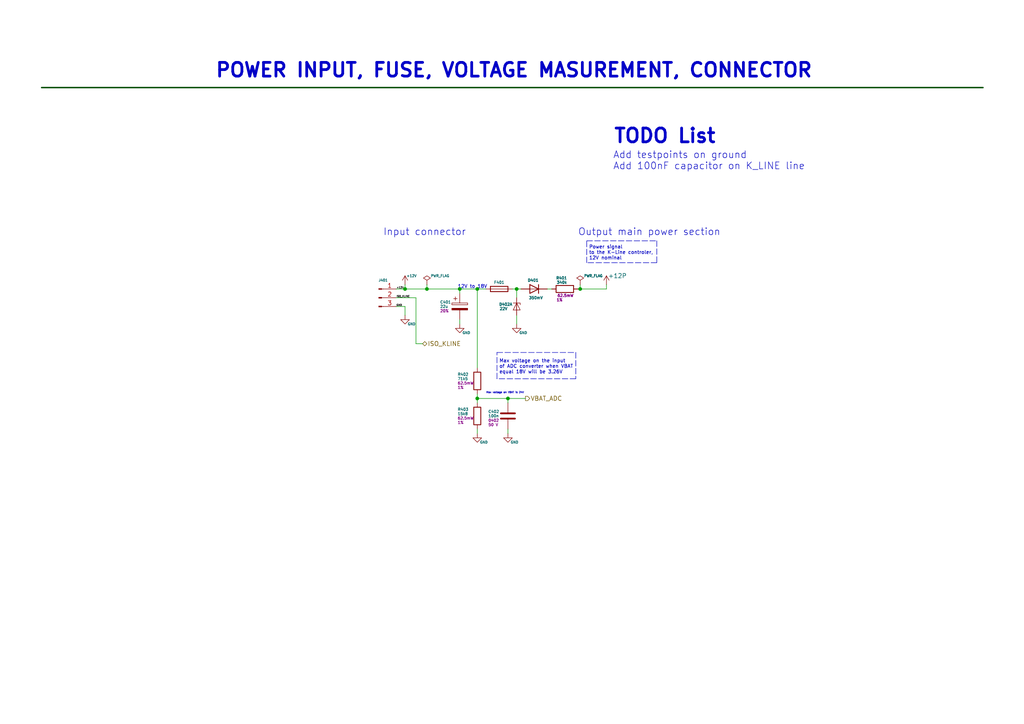
<source format=kicad_sch>
(kicad_sch (version 20211123) (generator eeschema)
  (paper "A4")
  (title_block (title "FZ6N_GATEWAY") (date "2021-05-28") (rev "A0") (company "Quasi Peak") (comment 1 "PRZ"))
  (lib_symbols
    (symbol "Connector:Conn_01x03_Male" (pin_names (offset 1.016) hide)
      (property "Reference" "J" (at 0 5.08 0))
      (property "Value" "Conn_01x03_Male" (at 0 -5.08 0))
      (symbol "Conn_01x03_Male_1_1"
        (polyline (pts (xy 1.27 -2.54) (xy 0.8636 -2.54)) (stroke (width 0.1524)))
        (polyline (pts (xy 1.27 0) (xy 0.8636 0)) (stroke (width 0.1524)))
        (polyline (pts (xy 1.27 2.54) (xy 0.8636 2.54)) (stroke (width 0.1524)))
        (rectangle (start 0.8636 -2.413) (end 0 -2.667) (stroke (width 0.1524)) (fill (type outline)))
        (rectangle (start 0.8636 0.127) (end 0 -0.127) (stroke (width 0.1524)) (fill (type outline)))
        (rectangle (start 0.8636 2.667) (end 0 2.413) (stroke (width 0.1524)) (fill (type outline)))
        (pin passive line (at 5.08 2.54 180) (length 3.81) (name "Pin_1") (number "1"))
        (pin passive line (at 5.08 0 180) (length 3.81) (name "Pin_2") (number "2"))
        (pin passive line (at 5.08 -2.54 180) (length 3.81) (name "Pin_3") (number "3"))
      )
    )
    (symbol "Device:C" (pin_numbers hide) (pin_names (offset 0.254))
      (property "Reference" "C" (at 0.635 2.54 0))
      (property "Value" "C" (at 0.635 -2.54 0))
      (symbol "C_0_1"
        (polyline (pts (xy -2.032 -0.762) (xy 2.032 -0.762)) (stroke (width 0.508)))
        (polyline (pts (xy -2.032 0.762) (xy 2.032 0.762)) (stroke (width 0.508)))
      )
      (symbol "C_1_1"
        (pin passive line (at 0 3.81 270) (length 2.794) (name "~") (number "1"))
        (pin passive line (at 0 -3.81 90) (length 2.794) (name "~") (number "2"))
      )
    )
    (symbol "Device:CP" (pin_numbers hide) (pin_names (offset 0.254))
      (property "Reference" "C" (at 0.635 2.54 0))
      (property "Value" "Device_CP" (at 0.635 -2.54 0))
      (symbol "CP_0_1"
        (rectangle (start -2.286 0.508) (end 2.286 1.016))
        (polyline (pts (xy -1.778 2.286) (xy -0.762 2.286)))
        (polyline (pts (xy -1.27 2.794) (xy -1.27 1.778)))
        (rectangle (start 2.286 -0.508) (end -2.286 -1.016) (fill (type outline)))
      )
      (symbol "CP_1_1"
        (pin passive line (at 0 3.81 270) (length 2.794) (name "~") (number "1"))
        (pin passive line (at 0 -3.81 90) (length 2.794) (name "~") (number "2"))
      )
    )
    (symbol "Device:D" (pin_numbers hide) (pin_names (offset 1.016) hide)
      (property "Reference" "D" (at 0 2.54 0))
      (property "Value" "D" (at 0 -2.54 0))
      (symbol "D_0_1"
        (polyline (pts (xy -1.27 1.27) (xy -1.27 -1.27)) (stroke (width 0.254)))
        (polyline (pts (xy 1.27 0) (xy -1.27 0)))
        (polyline (pts (xy 1.27 1.27) (xy 1.27 -1.27) (xy -1.27 0) (xy 1.27 1.27)) (stroke (width 0.254)))
      )
      (symbol "D_1_1"
        (pin passive line (at -3.81 0 0) (length 2.54) (name "K") (number "1"))
        (pin passive line (at 3.81 0 180) (length 2.54) (name "A") (number "2"))
      )
    )
    (symbol "Device:Fuse" (pin_numbers hide) (pin_names (offset 0))
      (property "Reference" "F" (at 2.032 0 90))
      (property "Value" "Fuse" (at -1.905 0 90))
      (symbol "Fuse_0_1"
        (rectangle (start -0.762 -2.54) (end 0.762 2.54) (stroke (width 0.254)))
        (polyline (pts (xy 0 2.54) (xy 0 -2.54)))
      )
      (symbol "Fuse_1_1"
        (pin passive line (at 0 3.81 270) (length 1.27) (name "~") (number "1"))
        (pin passive line (at 0 -3.81 90) (length 1.27) (name "~") (number "2"))
      )
    )
    (symbol "Device:R" (pin_numbers hide) (pin_names (offset 0))
      (property "Reference" "R" (at 2.032 0 90))
      (property "Value" "R" (at 0 0 90))
      (symbol "R_0_1"
        (rectangle (start -1.016 -2.54) (end 1.016 2.54) (stroke (width 0.254)))
      )
      (symbol "R_1_1"
        (pin passive line (at 0 3.81 270) (length 1.27) (name "~") (number "1"))
        (pin passive line (at 0 -3.81 90) (length 1.27) (name "~") (number "2"))
      )
    )
    (symbol "Power_Protection:PESD3V3L4UF" (pin_numbers hide) (pin_names hide)
      (property "Reference" "D" (at 0 2.54 0))
      (property "Value" "PESD3V3L4UF" (at 0 -2.54 0))
      (symbol "PESD3V3L4UF_0_1"
        (polyline (pts (xy -1.016 0) (xy 1.016 0)))
        (polyline (pts (xy -1.016 1.016) (xy -1.016 -1.016) (xy -0.508 -1.016)))
        (polyline (pts (xy 1.016 1.016) (xy -1.016 0) (xy 1.016 -1.016) (xy 1.016 1.016)))
      )
      (symbol "PESD3V3L4UF_1_1"
        (pin passive line (at -2.54 0 0) (length 2.54) (name "K1") (number "1"))
        (pin passive line (at 2.54 0 180) (length 2.54) (name "A") (number "2"))
        (pin passive line (at 2.54 0 180) (length 2.54) hide (name "A") (number "5"))
      )
      (symbol "PESD3V3L4UF_2_1"
        (pin passive line (at -2.54 0 0) (length 2.54) (name "K2") (number "3"))
      )
      (symbol "PESD3V3L4UF_3_1"
        (pin passive line (at -2.54 0 0) (length 2.54) (name "K3") (number "4"))
      )
      (symbol "PESD3V3L4UF_4_1"
        (pin passive line (at -2.54 0 0) (length 2.54) (name "K4") (number "6"))
      )
    )
    (symbol "power:+12P" (power) (pin_names (offset 0))
      (property "Value" "+12P" (at 0 3.556 0))
      (symbol "+12P_0_1"
        (polyline (pts (xy -0.762 1.27) (xy 0 2.54)))
        (polyline (pts (xy 0 0) (xy 0 2.54)))
        (polyline (pts (xy 0 2.54) (xy 0.762 1.27)))
      )
      (symbol "+12P_1_1"
        (pin power_in line (at 0 0 90) (length 0) hide (name "+12P") (number "1"))
      )
    )
    (symbol "power:+12V" (power) (pin_names (offset 0))
      (property "Value" "+12V" (at 0 3.556 0))
      (symbol "+12V_0_1"
        (polyline (pts (xy -0.762 1.27) (xy 0 2.54)))
        (polyline (pts (xy 0 0) (xy 0 2.54)))
        (polyline (pts (xy 0 2.54) (xy 0.762 1.27)))
      )
      (symbol "+12V_1_1"
        (pin power_in line (at 0 0 90) (length 0) hide (name "+12V") (number "1"))
      )
    )
    (symbol "power:GND" (power) (pin_names (offset 0))
      (property "Value" "GND" (at 0 -3.81 0))
      (symbol "GND_0_1"
        (polyline (pts (xy 0 0) (xy 0 -1.27) (xy 1.27 -1.27) (xy 0 -2.54) (xy -1.27 -1.27) (xy 0 -1.27)))
      )
      (symbol "GND_1_1"
        (pin power_in line (at 0 0 270) (length 0) hide (name "GND") (number "1"))
      )
    )
    (symbol "power:PWR_FLAG" (power) (pin_numbers hide) (pin_names (offset 0) hide)
      (property "Value" "PWR_FLAG" (at 0 3.81 0))
      (symbol "PWR_FLAG_0_0"
        (pin power_out line (at 0 0 90) (length 0) (name "pwr") (number "1"))
      )
      (symbol "PWR_FLAG_0_1"
        (polyline (pts (xy 0 0) (xy 0 1.27) (xy -1.016 1.905) (xy 0 2.54) (xy 1.016 1.905) (xy 0 1.27)))
      )
    )
  )
  (junction (at 138.43 83.82))
  (junction (at 149.86 83.82))
  (junction (at 123.825 83.82))
  (junction (at 168.275 83.82))
  (junction (at 133.35 83.82))
  (junction (at 138.43 115.57))
  (junction (at 117.475 83.82))
  (junction (at 147.32 115.57))
  (wire (pts (xy 123.825 83.82) (xy 133.35 83.82)))
  (wire (pts (xy 114.935 86.36) (xy 120.65 86.36)))
  (wire (pts (xy 117.475 88.9) (xy 117.475 91.44)))
  (wire (pts (xy 138.43 125.73) (xy 138.43 124.46)))
  (polyline (pts (xy 144.145 102.235) (xy 167.005 102.235)))
  (polyline (pts (xy 170.18 69.85) (xy 190.5 69.85)))
  (wire (pts (xy 138.43 115.57) (xy 147.32 115.57)))
  (wire (pts (xy 168.275 82.55) (xy 168.275 83.82)))
  (polyline (pts (xy 12.065 25.4) (xy 285.115 25.4)) (stroke (width 0.4064) (type solid) (color 0 72 0 1)))
  (wire (pts (xy 149.86 91.44) (xy 149.86 93.98)))
  (wire (pts (xy 114.935 88.9) (xy 117.475 88.9)))
  (polyline (pts (xy 144.145 109.855) (xy 144.145 102.235)))
  (wire (pts (xy 138.43 116.84) (xy 138.43 115.57)))
  (wire (pts (xy 168.275 83.82) (xy 175.895 83.82)))
  (polyline (pts (xy 190.5 69.85) (xy 190.5 76.2)))
  (wire (pts (xy 122.555 99.695) (xy 120.65 99.695)))
  (wire (pts (xy 133.35 83.82) (xy 133.35 85.09)))
  (polyline (pts (xy 190.5 76.2) (xy 170.18 76.2)))
  (wire (pts (xy 147.32 116.84) (xy 147.32 115.57)))
  (wire (pts (xy 117.475 82.55) (xy 117.475 83.82)))
  (wire (pts (xy 147.32 115.57) (xy 152.4 115.57)))
  (polyline (pts (xy 167.005 109.855) (xy 144.145 109.855)))
  (wire (pts (xy 123.825 82.55) (xy 123.825 83.82)))
  (polyline (pts (xy 167.005 102.235) (xy 167.005 109.855)))
  (wire (pts (xy 138.43 115.57) (xy 138.43 114.3)))
  (wire (pts (xy 133.35 93.98) (xy 133.35 92.71)))
  (wire (pts (xy 149.86 83.82) (xy 148.59 83.82)))
  (wire (pts (xy 147.32 124.46) (xy 147.32 125.73)))
  (wire (pts (xy 138.43 83.82) (xy 140.97 83.82)))
  (wire (pts (xy 120.65 99.695) (xy 120.65 86.36)))
  (wire (pts (xy 133.35 83.82) (xy 138.43 83.82)))
  (wire (pts (xy 149.86 83.82) (xy 149.86 86.36)))
  (wire (pts (xy 151.13 83.82) (xy 149.86 83.82)))
  (wire (pts (xy 167.64 83.82) (xy 168.275 83.82)))
  (wire (pts (xy 138.43 106.68) (xy 138.43 83.82)))
  (polyline (pts (xy 170.18 76.2) (xy 170.18 69.85)))
  (wire (pts (xy 117.475 83.82) (xy 123.825 83.82)))
  (wire (pts (xy 160.02 83.82) (xy 158.75 83.82)))
  (wire (pts (xy 175.895 82.55) (xy 175.895 83.82)))
  (wire (pts (xy 117.475 83.82) (xy 114.935 83.82)))
  (text "12V to 18V" (at 132.715 83.82 0) (effects (font (size 0.9906 0.9906)) (justify left bottom)))
  (text "Input connector" (at 111.125 68.58 0) (effects (font (size 2.0066 2.0066)) (justify left bottom)))
  (text "Power signal\nto the K-Line controler,\n12V nominal" (at 170.815 75.565 0) (effects (font (size 0.9906 0.9906)) (justify left bottom)))
  (text "POWER INPUT, FUSE, VOLTAGE MASUREMENT, CONNECTOR" (at 62.23 22.86 0) (effects (font (size 3.9878 3.9878) (thickness 0.7976) bold) (justify left bottom)))
  (text "Max voltage on VBAT is 24V" (at 140.97 114.3 0) (effects (font (size 0.508 0.508)) (justify left bottom)))
  (text "Output main power section" (at 167.64 68.58 0) (effects (font (size 2.0066 2.0066)) (justify left bottom)))
  (text "Max voltage on the input\nof ADC converter when VBAT\nequal 18V will be 3.26V" (at 144.78 108.585 0) (effects (font (size 0.9906 0.9906)) (justify left bottom)))
  (text "TODO List" (at 177.8 41.91 0) (effects (font (size 3.9878 3.9878) (thickness 0.7976) bold) (justify left bottom)))
  (text "Add testpoints on ground\nAdd 100nF capacitor on K_LINE line\n\n" (at 177.8 52.705 0) (effects (font (size 2.0066 2.0066)) (justify left bottom)))
  (label "GND" (at 114.935 88.9 0) (effects (font (size 0.508 0.508))))
  (label "+12V" (at 114.935 83.82 0) (effects (font (size 0.508 0.508))))
  (label "ISO_KLINE" (at 114.935 86.36 0) (effects (font (size 0.508 0.508))))
  (hierarchical_label "ISO_KLINE" (shape bidirectional) (at 122.555 99.695 0))
  (hierarchical_label "VBAT_ADC" (shape output) (at 152.4 115.57 0))
  (symbol (lib_id "Power_Protection:PESD3V3L4UF") (at 149.86 88.9 90) (mirror x)
    (property "Reference" "D402" (at 146.685 88.265 90) (effects (font (size 0.7874 0.7874))))
    (property "Value" "22V" (at 146.05 89.535 90) (effects (font (size 0.7874 0.7874))))
    (property "Footprint" "Diode_SMD:D_SMA" (effects hide))
    (property "Datasheet" "https://assets.nexperia.com/documents/data-sheet/PESDXL4UF_G_W.pdf" (effects hide))
    (property "Manufacturer" "Wurth Elektronik" (effects hide))
    (property "Package" "DO-214AC-2 (SMA)" (effects hide))
    (property "Part Number" "824501221" (effects hide))
    (property "Product Type" "TVS Diodes " (effects hide))
    (property "Polarization" "Bidirectional" (effects hide))
    (property "Working Voltage" "22V" (effects hide))
    (property "Breakdown Voltage" "25.65V" (effects hide))
    (property "Stabilization Voltage" "35.5V" (effects hide))
    (property "Peak pulse power" "400W" (effects hide))
  )
  (symbol (lib_id "power:GND") (at 149.86 93.98 0) (mirror y)
    (property "Reference" "#PWR0107" (effects hide))
    (property "Value" "GND" (at 151.765 96.52 0) (effects (font (size 0.7112 0.7112))))
  )
  (symbol (lib_id "Device:D") (at 154.94 83.82 0) (mirror y)
    (property "Reference" "D401" (at 156.21 81.28 0) (effects (font (size 0.7874 0.7874)) (justify left)))
    (property "Value" "350mV" (at 157.48 86.36 0) (effects (font (size 0.7874 0.7874)) (justify left)))
    (property "Product Type" "Schottky Diodes" (effects hide))
    (property "Configuration" "Single" (effects hide))
    (property "Manufacturer" "ROHM Semiconductor" (effects hide))
    (property "Package" "SOD-323HE-2" (effects hide))
    (property "Part Number" "RSX051VAM30TR " (effects hide))
    (property "Forward Current" "500mA" (effects hide))
    (property "Repetition Reverse Voltage" "30V" (effects hide))
    (property "Forward Voltage" "350mV" (effects hide))
    (property "Forward Surge Current" "5A" (effects hide))
    (property "Reverse Current" "40uA" (effects hide))
    (property "Reverse Voltage" "30V" (effects hide))
  )
  (symbol (lib_id "power:GND") (at 138.43 125.73 0) (mirror y)
    (property "Reference" "#PWR0108" (effects hide))
    (property "Value" "GND" (at 140.335 128.27 0) (effects (font (size 0.7112 0.7112))))
  )
  (symbol (lib_id "Device:CP") (at 133.35 88.9 0)
    (property "Reference" "C401" (at 127.635 87.63 0) (effects (font (size 0.7874 0.7874)) (justify left)))
    (property "Value" "22u" (at 127.635 88.9 0) (effects (font (size 0.7874 0.7874)) (justify left)))
    (property "Voltage" "50V" (effects hide))
    (property "Tolerance" "20%" (at 128.905 90.17 0) (effects (font (size 0.7874 0.7874))))
    (property "Manufacturer" "KEMET" (effects hide))
    (property "Part Number" "A768EB226M1HLAE048" (effects hide))
    (property "ESR" "48mR" (effects hide))
  )
  (symbol (lib_id "power:GND") (at 133.35 93.98 0) (mirror y)
    (property "Reference" "#PWR0109" (effects hide))
    (property "Value" "GND" (at 135.255 96.52 0) (effects (font (size 0.7112 0.7112))))
  )
  (symbol (lib_id "Device:R") (at 163.83 83.82 90) (mirror x)
    (property "Reference" "R401" (at 164.465 80.645 90) (effects (font (size 0.7874 0.7874)) (justify left)))
    (property "Value" "340k" (at 164.465 81.915 90) (effects (font (size 0.7874 0.7874)) (justify left)))
    (property "Footprint" "Diode_SMD:D_0805_2012Metric" (effects hide))
    (property "Manufacturer" "Yageo " (effects hide))
    (property "Package" "0402" (effects hide))
    (property "Part Number" "RC0402FR-07340KL" (effects hide))
    (property "Nominal Power" "62.5mW" (at 166.37 85.725 90) (effects (font (size 0.7874 0.7874)) (justify left)))
    (property "Tolerance" "1%" (at 163.195 86.995 90) (effects (font (size 0.7874 0.7874)) (justify left)))
    (property "Voltage" "50V" (effects hide))
    (property "Type" "Thick Film" (effects hide))
    (property "TempCo" "100PPM/C" (effects hide))
  )
  (symbol (lib_id "Device:C") (at 147.32 120.65 0) (mirror x)
    (property "Reference" "C402" (at 141.605 119.38 0) (effects (font (size 0.7874 0.7874)) (justify left)))
    (property "Value" "100n" (at 141.605 120.65 0) (effects (font (size 0.7874 0.7874)) (justify left)))
    (property "Manufacturer" "Murata Electronics" (effects hide))
    (property "Mfg number" "GRM155C71H104JE19D " (effects hide))
    (property "Package" "0402" (at 141.605 121.92 0) (effects (font (size 0.7874 0.7874)) (justify left)))
    (property "Voltage" "50 V" (at 141.605 123.19 0) (effects (font (size 0.7874 0.7874)) (justify left)))
    (property "Izolation material" "X7S" (effects hide))
    (property "Tolerance" "5%" (effects hide))
  )
  (symbol (lib_id "power:GND") (at 147.32 125.73 0) (mirror y)
    (property "Reference" "#PWR0110" (effects hide))
    (property "Value" "GND" (at 149.225 128.27 0) (effects (font (size 0.7112 0.7112))))
  )
  (symbol (lib_id "Device:R") (at 138.43 110.49 0) (mirror x)
    (property "Reference" "R402" (at 132.715 108.585 0) (effects (font (size 0.7874 0.7874)) (justify left)))
    (property "Value" "71k5" (at 132.715 109.855 0) (effects (font (size 0.7874 0.7874)) (justify left)))
    (property "Manufacturer" "Yageo " (effects hide))
    (property "Package" "0402" (effects hide))
    (property "Part Number" "RC0402FR-0771K5L" (effects hide))
    (property "Nominal Power" "62.5mW" (at 132.715 111.125 0) (effects (font (size 0.7874 0.7874)) (justify left)))
    (property "Tolerance" "1%" (at 132.715 112.395 0) (effects (font (size 0.7874 0.7874)) (justify left)))
    (property "Voltage" "50V" (effects hide))
    (property "Type" "Thick Film" (effects hide))
    (property "TempCo" "100PPM/C" (effects hide))
  )
  (symbol (lib_id "Device:R") (at 138.43 120.65 0) (mirror x)
    (property "Reference" "R403" (at 132.715 118.745 0) (effects (font (size 0.7874 0.7874)) (justify left)))
    (property "Value" "15k8" (at 132.715 120.015 0) (effects (font (size 0.7874 0.7874)) (justify left)))
    (property "Manufacturer" "Yageo " (effects hide))
    (property "Package" "0402" (effects hide))
    (property "Part Number" "RC0402FR-0715K8L" (effects hide))
    (property "Nominal Power" "62.5mW" (at 132.715 121.285 0) (effects (font (size 0.7874 0.7874)) (justify left)))
    (property "Tolerance" "1%" (at 132.715 122.555 0) (effects (font (size 0.7874 0.7874)) (justify left)))
    (property "Voltage" "50V" (effects hide))
    (property "Type" "Thick Film" (effects hide))
    (property "TempCo" "100PPM/C" (effects hide))
  )
  (symbol (lib_id "Connector:Conn_01x03_Male") (at 109.855 86.36 0) (unit 1)
    (property "Reference" "J401" (at 111.125 81.28 0) (effects (font (size 0.7112 0.7112))))
    (property "Value" "Conn_01x03_Male" (effects hide))
    (property "Manufacturer" "TE Connectivity / AMP" (effects hide))
    (property "Package" "None" (effects hide))
    (property "Part Number" "2-1445055-3" (effects hide))
  )
  (symbol (lib_id "power:+12V") (at 117.475 82.55 0) (unit 1)
    (property "Reference" "#PWR0401" (effects hide))
    (property "Value" "+12V" (at 119.38 80.01 0) (effects (font (size 0.7112 0.7112))))
  )
  (symbol (lib_id "power:GND") (at 117.475 91.44 0) (unit 1)
    (property "Reference" "#PWR0402" (effects hide))
    (property "Value" "GND" (at 119.38 93.98 0) (effects (font (size 0.7112 0.7112))))
  )
  (symbol (lib_id "Device:Fuse") (at 144.78 83.82 270) (unit 1)
    (property "Reference" "F401" (at 144.78 81.915 90) (effects (font (size 0.7874 0.7874))))
    (property "Value" "Fuse" (effects hide))
    (property "Manufacturer" "Bel Fuse" (effects hide))
    (property "Package" "1206" (effects hide))
    (property "Part Number" "C1Q 375" (effects hide))
    (property "Rated Current" "375mA" (effects hide))
    (property "Rated Voltage DC" "63V" (effects hide))
    (property "Resistance" "480mOhms" (effects hide))
    (property "Fuse type" "Fast Blow" (effects hide))
  )
  (symbol (lib_id "power:PWR_FLAG") (at 123.825 82.55 0)
    (property "Reference" "#FLG0104" (effects hide))
    (property "Value" "PWR_FLAG" (at 127.635 80.01 0) (effects (font (size 0.7112 0.7112))))
  )
  (symbol (lib_id "power:PWR_FLAG") (at 168.275 82.55 0)
    (property "Reference" "#FLG0105" (effects hide))
    (property "Value" "PWR_FLAG" (at 172.085 80.01 0) (effects (font (size 0.7112 0.7112))))
  )
  (symbol (lib_id "power:+12P") (at 175.895 82.55 0) (unit 1)
    (property "Reference" "#PWR?" (effects hide))
    (property "Value" "+12P" (at 179.07 80.01 0))
  )
)
</source>
